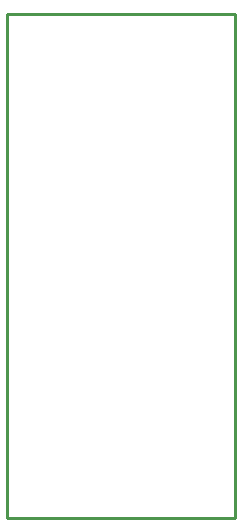
<source format=gko>
G04 ---------------------------- Layer name :KeepOutLayer*
G04 EasyEDA v5.3.14, Tue, 28 Apr 2020 13:33:28 GMT*
G04 Gerber Generator version 0.2*
G04 Scale: 100 percent, Rotated: No, Reflected: No *
G04 Dimensions in inches *
G04 leading zeros omitted , absolute positions ,2 integer and 4 decimal *
%FSLAX24Y24*%
%MOIN*%
G90*
G70D02*

%ADD10C,0.010000*%
G54D10*
G01X0Y16000D02*
G01X0Y16800D01*
G01X7600Y16800D01*
G01X7600Y0D01*
G01X0Y0D01*
G01X0Y16000D01*

%LPD*%
M00*
M02*

</source>
